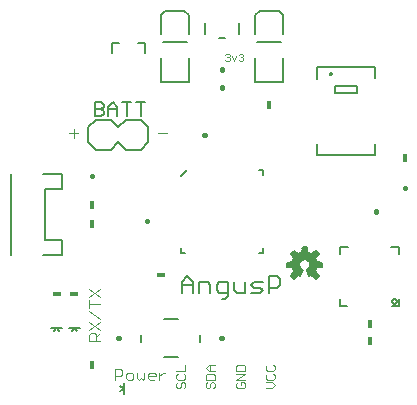
<source format=gto>
G75*
G70*
%OFA0B0*%
%FSLAX24Y24*%
%IPPOS*%
%LPD*%
%AMOC8*
5,1,8,0,0,1.08239X$1,22.5*
%
%ADD10C,0.0040*%
%ADD11C,0.0020*%
%ADD12C,0.0070*%
%ADD13C,0.0030*%
%ADD14C,0.0080*%
%ADD15C,0.0160*%
%ADD16R,0.0160X0.0280*%
%ADD17R,0.0280X0.0160*%
%ADD18C,0.0050*%
%ADD19C,0.0059*%
D10*
X002883Y010286D02*
X002883Y010593D01*
X003036Y010440D02*
X002729Y010440D01*
X005682Y010440D02*
X005989Y010440D01*
D11*
X007972Y012857D02*
X007936Y012894D01*
X007972Y012857D02*
X008046Y012857D01*
X008082Y012894D01*
X008082Y012930D01*
X008046Y012967D01*
X008009Y012967D01*
X008046Y012967D02*
X008082Y013004D01*
X008082Y013040D01*
X008046Y013077D01*
X007972Y013077D01*
X007936Y013040D01*
X008157Y013004D02*
X008230Y012857D01*
X008303Y013004D01*
X008378Y013040D02*
X008414Y013077D01*
X008488Y013077D01*
X008524Y013040D01*
X008524Y013004D01*
X008488Y012967D01*
X008524Y012930D01*
X008524Y012894D01*
X008488Y012857D01*
X008414Y012857D01*
X008378Y012894D01*
X008451Y012967D02*
X008488Y012967D01*
X008555Y002721D02*
X008354Y002721D01*
X008304Y002671D01*
X008304Y002521D01*
X008605Y002521D01*
X008605Y002671D01*
X008555Y002721D01*
X008605Y002426D02*
X008304Y002426D01*
X008304Y002226D02*
X008605Y002426D01*
X008605Y002226D02*
X008304Y002226D01*
X008354Y002132D02*
X008304Y002082D01*
X008304Y001982D01*
X008354Y001932D01*
X008555Y001932D01*
X008605Y001982D01*
X008605Y002082D01*
X008555Y002132D01*
X008454Y002132D01*
X008454Y002032D01*
X007581Y002082D02*
X007581Y001982D01*
X007531Y001932D01*
X007431Y001982D02*
X007431Y002082D01*
X007481Y002132D01*
X007531Y002132D01*
X007581Y002082D01*
X007581Y002226D02*
X007581Y002376D01*
X007531Y002426D01*
X007331Y002426D01*
X007281Y002376D01*
X007281Y002226D01*
X007581Y002226D01*
X007331Y002132D02*
X007281Y002082D01*
X007281Y001982D01*
X007331Y001932D01*
X007381Y001932D01*
X007431Y001982D01*
X007431Y002521D02*
X007431Y002721D01*
X007381Y002721D02*
X007581Y002721D01*
X007581Y002521D02*
X007381Y002521D01*
X007281Y002621D01*
X007381Y002721D01*
X006597Y002721D02*
X006597Y002521D01*
X006296Y002521D01*
X006346Y002426D02*
X006296Y002376D01*
X006296Y002276D01*
X006346Y002226D01*
X006547Y002226D01*
X006597Y002276D01*
X006597Y002376D01*
X006547Y002426D01*
X006547Y002132D02*
X006597Y002082D01*
X006597Y001982D01*
X006547Y001932D01*
X006447Y001982D02*
X006447Y002082D01*
X006497Y002132D01*
X006547Y002132D01*
X006447Y001982D02*
X006397Y001932D01*
X006346Y001932D01*
X006296Y001982D01*
X006296Y002082D01*
X006346Y002132D01*
X009289Y002132D02*
X009489Y002132D01*
X009589Y002032D01*
X009489Y001932D01*
X009289Y001932D01*
X009339Y002226D02*
X009539Y002226D01*
X009589Y002276D01*
X009589Y002376D01*
X009539Y002426D01*
X009539Y002521D02*
X009339Y002521D01*
X009289Y002571D01*
X009289Y002671D01*
X009339Y002721D01*
X009539Y002721D02*
X009589Y002671D01*
X009589Y002571D01*
X009539Y002521D01*
X009339Y002426D02*
X009289Y002376D01*
X009289Y002276D01*
X009339Y002226D01*
D12*
X007924Y004919D02*
X007831Y004919D01*
X007924Y004919D02*
X008018Y005013D01*
X008018Y005480D01*
X007738Y005480D01*
X007644Y005386D01*
X007644Y005200D01*
X007738Y005106D01*
X008018Y005106D01*
X008224Y005200D02*
X008318Y005106D01*
X008598Y005106D01*
X008598Y005480D01*
X008804Y005386D02*
X008898Y005293D01*
X009085Y005293D01*
X009178Y005200D01*
X009085Y005106D01*
X008804Y005106D01*
X008804Y005386D02*
X008898Y005480D01*
X009178Y005480D01*
X009384Y005667D02*
X009665Y005667D01*
X009758Y005573D01*
X009758Y005386D01*
X009665Y005293D01*
X009384Y005293D01*
X009384Y005106D02*
X009384Y005667D01*
X008224Y005480D02*
X008224Y005200D01*
X007438Y005106D02*
X007438Y005386D01*
X007344Y005480D01*
X007064Y005480D01*
X007064Y005106D01*
X006858Y005106D02*
X006858Y005480D01*
X006671Y005667D01*
X006484Y005480D01*
X006484Y005106D01*
X006484Y005386D02*
X006858Y005386D01*
D13*
X004445Y002583D02*
X004259Y002583D01*
X004259Y002212D01*
X004259Y002336D02*
X004445Y002336D01*
X004506Y002397D01*
X004506Y002521D01*
X004445Y002583D01*
X004628Y002397D02*
X004628Y002274D01*
X004690Y002212D01*
X004813Y002212D01*
X004875Y002274D01*
X004875Y002397D01*
X004813Y002459D01*
X004690Y002459D01*
X004628Y002397D01*
X004996Y002459D02*
X004996Y002274D01*
X005058Y002212D01*
X005120Y002274D01*
X005181Y002212D01*
X005243Y002274D01*
X005243Y002459D01*
X005364Y002397D02*
X005364Y002274D01*
X005426Y002212D01*
X005550Y002212D01*
X005611Y002336D02*
X005364Y002336D01*
X005364Y002397D02*
X005426Y002459D01*
X005550Y002459D01*
X005611Y002397D01*
X005611Y002336D01*
X005733Y002336D02*
X005856Y002459D01*
X005918Y002459D01*
X005733Y002459D02*
X005733Y002212D01*
X003763Y003520D02*
X003393Y003520D01*
X003393Y003705D01*
X003455Y003767D01*
X003578Y003767D01*
X003640Y003705D01*
X003640Y003520D01*
X003640Y003644D02*
X003763Y003767D01*
X003763Y003889D02*
X003393Y004135D01*
X003393Y003889D02*
X003763Y004135D01*
X003763Y004257D02*
X003393Y004504D01*
X003393Y004625D02*
X003393Y004872D01*
X003393Y004994D02*
X003763Y005240D01*
X003763Y004994D02*
X003393Y005240D01*
X003393Y004749D02*
X003763Y004749D01*
D14*
X003087Y003957D02*
X002906Y003957D01*
X002998Y003835D01*
X002906Y003957D02*
X002725Y003957D01*
X002820Y003835D02*
X002896Y003951D01*
X002496Y003957D02*
X002315Y003957D01*
X002407Y003835D01*
X002315Y003957D02*
X002134Y003957D01*
X002229Y003835D02*
X002305Y003951D01*
X004426Y002008D02*
X004542Y001932D01*
X004548Y001922D02*
X004426Y001830D01*
X004548Y001741D02*
X004548Y001922D01*
X004548Y002103D01*
X005132Y003489D02*
X005132Y003725D01*
X005880Y004237D02*
X006352Y004237D01*
X007100Y003725D02*
X007100Y003489D01*
X006352Y002977D02*
X005880Y002977D01*
X006449Y006449D02*
X006449Y006607D01*
X006449Y006449D02*
X006607Y006449D01*
X009048Y006449D02*
X009205Y006449D01*
X009205Y006607D01*
X009205Y009048D02*
X009205Y009205D01*
X009048Y009205D01*
X011000Y009717D02*
X011000Y010091D01*
X011000Y009717D02*
X012922Y009717D01*
X012922Y010091D01*
X012335Y011768D02*
X011587Y011768D01*
X011587Y012004D01*
X012335Y012004D01*
X012335Y011768D01*
X012922Y012276D02*
X012922Y012630D01*
X011000Y012630D01*
X011000Y012256D01*
X011416Y012422D02*
X011418Y012433D01*
X011423Y012444D01*
X011431Y012452D01*
X011442Y012457D01*
X011453Y012459D01*
X011464Y012457D01*
X011475Y012452D01*
X011483Y012444D01*
X011488Y012433D01*
X011490Y012422D01*
X011488Y012411D01*
X011483Y012400D01*
X011475Y012392D01*
X011464Y012387D01*
X011453Y012385D01*
X011442Y012387D01*
X011431Y012392D01*
X011423Y012400D01*
X011418Y012411D01*
X011416Y012422D01*
X009874Y012158D02*
X008930Y012158D01*
X008930Y012945D01*
X008930Y013733D02*
X008930Y014363D01*
X009087Y014520D01*
X009717Y014520D01*
X009874Y014363D01*
X009874Y013733D01*
X009874Y012945D02*
X009874Y012158D01*
X008387Y013760D02*
X008387Y014099D01*
X007933Y013610D02*
X007721Y013610D01*
X007267Y013760D02*
X007267Y014099D01*
X006725Y014363D02*
X006725Y013733D01*
X006725Y014363D02*
X006567Y014520D01*
X005937Y014520D01*
X005780Y014363D01*
X005780Y013733D01*
X005260Y013433D02*
X005260Y013119D01*
X005260Y013433D02*
X005024Y013433D01*
X005780Y012945D02*
X005780Y012158D01*
X006725Y012158D01*
X006725Y012945D01*
X005124Y010886D02*
X004624Y010886D01*
X004374Y010636D01*
X004124Y010886D01*
X003624Y010886D01*
X003374Y010636D01*
X003374Y010136D01*
X003624Y009886D01*
X004124Y009886D01*
X004374Y010136D01*
X004624Y009886D01*
X005124Y009886D01*
X005374Y010136D01*
X005374Y010636D01*
X005124Y010886D01*
X006646Y009205D02*
X006449Y009008D01*
X002491Y009067D02*
X002491Y008595D01*
X001940Y008595D01*
X001940Y006863D01*
X002491Y006863D01*
X002491Y006390D01*
X001861Y006390D01*
X000798Y006390D02*
X000798Y009067D01*
X001861Y009067D02*
X002491Y009067D01*
X004158Y013119D02*
X004158Y013433D01*
X004394Y013433D01*
X011764Y006646D02*
X011764Y006410D01*
X011764Y006646D02*
X012040Y006646D01*
X013457Y006646D02*
X013733Y006646D01*
X013733Y006410D01*
X013733Y004914D02*
X013733Y004678D01*
X013496Y004678D01*
X012000Y004678D02*
X011764Y004678D01*
X011764Y004914D01*
D15*
X012945Y007815D02*
X012945Y007839D01*
X013930Y008603D02*
X013930Y008627D01*
X007827Y011949D02*
X007827Y011973D01*
X007827Y012540D02*
X007827Y012564D01*
X007249Y010386D02*
X007225Y010386D01*
X005339Y007511D02*
X005315Y007511D01*
X003496Y008996D02*
X003496Y009020D01*
X004366Y003625D02*
X004390Y003625D01*
X007801Y003607D02*
X007825Y003607D01*
D16*
X003496Y002709D03*
X003507Y007429D03*
X003488Y008044D03*
X009402Y011370D03*
X013930Y009599D03*
X012748Y004087D03*
X012748Y003496D03*
D17*
X005796Y005709D03*
X002906Y005071D03*
X002315Y005071D03*
D18*
X003582Y011013D02*
X003807Y011013D01*
X003882Y011088D01*
X003882Y011163D01*
X003807Y011238D01*
X003582Y011238D01*
X003582Y011013D02*
X003582Y011463D01*
X003807Y011463D01*
X003882Y011388D01*
X003882Y011313D01*
X003807Y011238D01*
X004042Y011238D02*
X004343Y011238D01*
X004343Y011313D02*
X004343Y011013D01*
X004343Y011313D02*
X004193Y011463D01*
X004042Y011313D01*
X004042Y011013D01*
X004503Y011463D02*
X004803Y011463D01*
X004653Y011463D02*
X004653Y011013D01*
X005113Y011013D02*
X005113Y011463D01*
X004963Y011463D02*
X005263Y011463D01*
X005852Y013489D02*
X006652Y013489D01*
X009002Y013489D02*
X009802Y013489D01*
X013496Y004835D02*
X013498Y004853D01*
X013504Y004869D01*
X013513Y004884D01*
X013526Y004897D01*
X013541Y004906D01*
X013557Y004912D01*
X013575Y004914D01*
X013593Y004912D01*
X013609Y004906D01*
X013624Y004897D01*
X013637Y004884D01*
X013646Y004869D01*
X013652Y004853D01*
X013654Y004835D01*
X013652Y004817D01*
X013646Y004801D01*
X013637Y004786D01*
X013624Y004773D01*
X013609Y004764D01*
X013593Y004758D01*
X013575Y004756D01*
X013557Y004758D01*
X013541Y004764D01*
X013526Y004773D01*
X013513Y004786D01*
X013504Y004801D01*
X013498Y004817D01*
X013496Y004835D01*
D19*
X011169Y005984D02*
X011169Y006127D01*
X010979Y006147D01*
X010958Y006211D01*
X010927Y006271D01*
X011048Y006419D01*
X010947Y006521D01*
X010798Y006400D01*
X010738Y006431D01*
X010674Y006451D01*
X010655Y006642D01*
X010511Y006642D01*
X010492Y006451D01*
X010428Y006431D01*
X010368Y006400D01*
X010219Y006521D01*
X010118Y006419D01*
X010239Y006271D01*
X010208Y006211D01*
X010187Y006147D01*
X009997Y006127D01*
X009997Y005984D01*
X010187Y005964D01*
X010208Y005900D01*
X010239Y005840D01*
X010118Y005692D01*
X010219Y005590D01*
X010368Y005711D01*
X010428Y005680D01*
X010512Y005885D01*
X010475Y005906D01*
X010443Y005936D01*
X010419Y005972D01*
X010404Y006012D01*
X010399Y006056D01*
X010404Y006099D01*
X010419Y006141D01*
X010444Y006177D01*
X010477Y006207D01*
X010516Y006227D01*
X010559Y006238D01*
X010603Y006239D01*
X010646Y006229D01*
X010686Y006209D01*
X010719Y006180D01*
X010745Y006144D01*
X010761Y006103D01*
X010768Y006060D01*
X010763Y006016D01*
X010749Y005974D01*
X010724Y005937D01*
X010692Y005907D01*
X010654Y005885D01*
X010738Y005680D01*
X010798Y005711D01*
X010947Y005590D01*
X011048Y005692D01*
X010927Y005840D01*
X010958Y005900D01*
X010979Y005964D01*
X011169Y005984D01*
X011169Y006021D02*
X010764Y006021D01*
X010765Y006078D02*
X011169Y006078D01*
X011088Y006136D02*
X010748Y006136D01*
X010704Y006193D02*
X010964Y006193D01*
X010938Y006251D02*
X010229Y006251D01*
X010208Y006308D02*
X010958Y006308D01*
X011005Y006366D02*
X010161Y006366D01*
X010122Y006424D02*
X010339Y006424D01*
X010414Y006424D02*
X010752Y006424D01*
X010827Y006424D02*
X011044Y006424D01*
X010986Y006481D02*
X010898Y006481D01*
X010671Y006481D02*
X010495Y006481D01*
X010501Y006539D02*
X010666Y006539D01*
X010660Y006596D02*
X010506Y006596D01*
X010268Y006481D02*
X010180Y006481D01*
X010202Y006193D02*
X010462Y006193D01*
X010418Y006136D02*
X010078Y006136D01*
X009997Y006078D02*
X010401Y006078D01*
X010403Y006021D02*
X009997Y006021D01*
X010188Y005963D02*
X010424Y005963D01*
X010476Y005906D02*
X010206Y005906D01*
X010235Y005848D02*
X010497Y005848D01*
X010473Y005790D02*
X010198Y005790D01*
X010151Y005733D02*
X010449Y005733D01*
X010324Y005675D02*
X010134Y005675D01*
X010192Y005618D02*
X010253Y005618D01*
X010669Y005848D02*
X010931Y005848D01*
X010960Y005906D02*
X010690Y005906D01*
X010742Y005963D02*
X010978Y005963D01*
X010968Y005790D02*
X010693Y005790D01*
X010717Y005733D02*
X011015Y005733D01*
X011032Y005675D02*
X010842Y005675D01*
X010913Y005618D02*
X010974Y005618D01*
M02*

</source>
